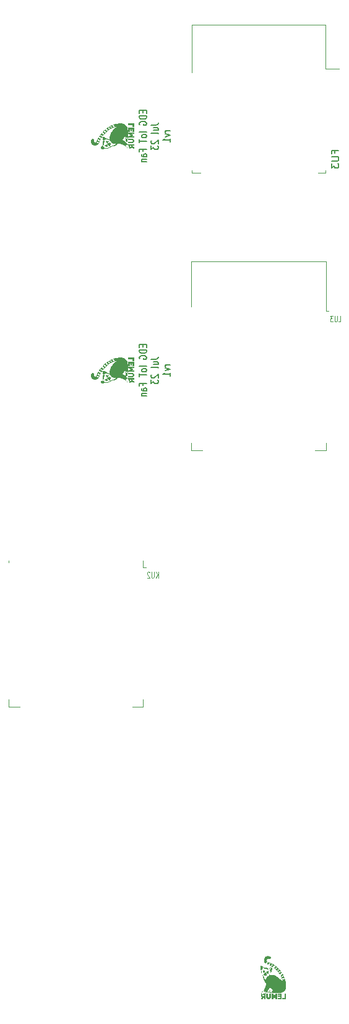
<source format=gbr>
G04 #@! TF.GenerationSoftware,KiCad,Pcbnew,7.0.4-40-g0180cb380f*
G04 #@! TF.CreationDate,2023-07-05T14:48:10-07:00*
G04 #@! TF.ProjectId,IotKnob,496f744b-6e6f-4622-9e6b-696361645f70,rev?*
G04 #@! TF.SameCoordinates,Original*
G04 #@! TF.FileFunction,Legend,Bot*
G04 #@! TF.FilePolarity,Positive*
%FSLAX46Y46*%
G04 Gerber Fmt 4.6, Leading zero omitted, Abs format (unit mm)*
G04 Created by KiCad (PCBNEW 7.0.4-40-g0180cb380f) date 2023-07-05 14:48:10*
%MOMM*%
%LPD*%
G01*
G04 APERTURE LIST*
%ADD10C,0.150000*%
%ADD11C,0.100000*%
%ADD12C,0.120000*%
G04 APERTURE END LIST*
D10*
X109126009Y-5495237D02*
X109126009Y-5761903D01*
X109649819Y-5876189D02*
X109649819Y-5495237D01*
X109649819Y-5495237D02*
X108649819Y-5495237D01*
X108649819Y-5495237D02*
X108649819Y-5876189D01*
X109649819Y-6219047D02*
X108649819Y-6219047D01*
X108649819Y-6219047D02*
X108649819Y-6409523D01*
X108649819Y-6409523D02*
X108697438Y-6523809D01*
X108697438Y-6523809D02*
X108792676Y-6599999D01*
X108792676Y-6599999D02*
X108887914Y-6638094D01*
X108887914Y-6638094D02*
X109078390Y-6676190D01*
X109078390Y-6676190D02*
X109221247Y-6676190D01*
X109221247Y-6676190D02*
X109411723Y-6638094D01*
X109411723Y-6638094D02*
X109506961Y-6599999D01*
X109506961Y-6599999D02*
X109602200Y-6523809D01*
X109602200Y-6523809D02*
X109649819Y-6409523D01*
X109649819Y-6409523D02*
X109649819Y-6219047D01*
X108697438Y-7438094D02*
X108649819Y-7361904D01*
X108649819Y-7361904D02*
X108649819Y-7247618D01*
X108649819Y-7247618D02*
X108697438Y-7133332D01*
X108697438Y-7133332D02*
X108792676Y-7057142D01*
X108792676Y-7057142D02*
X108887914Y-7019047D01*
X108887914Y-7019047D02*
X109078390Y-6980951D01*
X109078390Y-6980951D02*
X109221247Y-6980951D01*
X109221247Y-6980951D02*
X109411723Y-7019047D01*
X109411723Y-7019047D02*
X109506961Y-7057142D01*
X109506961Y-7057142D02*
X109602200Y-7133332D01*
X109602200Y-7133332D02*
X109649819Y-7247618D01*
X109649819Y-7247618D02*
X109649819Y-7323809D01*
X109649819Y-7323809D02*
X109602200Y-7438094D01*
X109602200Y-7438094D02*
X109554580Y-7476190D01*
X109554580Y-7476190D02*
X109221247Y-7476190D01*
X109221247Y-7476190D02*
X109221247Y-7323809D01*
X109649819Y-8428571D02*
X108649819Y-8428571D01*
X109649819Y-8923808D02*
X109602200Y-8847618D01*
X109602200Y-8847618D02*
X109554580Y-8809523D01*
X109554580Y-8809523D02*
X109459342Y-8771427D01*
X109459342Y-8771427D02*
X109173628Y-8771427D01*
X109173628Y-8771427D02*
X109078390Y-8809523D01*
X109078390Y-8809523D02*
X109030771Y-8847618D01*
X109030771Y-8847618D02*
X108983152Y-8923808D01*
X108983152Y-8923808D02*
X108983152Y-9038094D01*
X108983152Y-9038094D02*
X109030771Y-9114285D01*
X109030771Y-9114285D02*
X109078390Y-9152380D01*
X109078390Y-9152380D02*
X109173628Y-9190475D01*
X109173628Y-9190475D02*
X109459342Y-9190475D01*
X109459342Y-9190475D02*
X109554580Y-9152380D01*
X109554580Y-9152380D02*
X109602200Y-9114285D01*
X109602200Y-9114285D02*
X109649819Y-9038094D01*
X109649819Y-9038094D02*
X109649819Y-8923808D01*
X108649819Y-9419047D02*
X108649819Y-9876190D01*
X109649819Y-9647618D02*
X108649819Y-9647618D01*
X109126009Y-11019047D02*
X109126009Y-10752381D01*
X109649819Y-10752381D02*
X108649819Y-10752381D01*
X108649819Y-10752381D02*
X108649819Y-11133333D01*
X109649819Y-11780952D02*
X109126009Y-11780952D01*
X109126009Y-11780952D02*
X109030771Y-11742857D01*
X109030771Y-11742857D02*
X108983152Y-11666666D01*
X108983152Y-11666666D02*
X108983152Y-11514285D01*
X108983152Y-11514285D02*
X109030771Y-11438095D01*
X109602200Y-11780952D02*
X109649819Y-11704761D01*
X109649819Y-11704761D02*
X109649819Y-11514285D01*
X109649819Y-11514285D02*
X109602200Y-11438095D01*
X109602200Y-11438095D02*
X109506961Y-11399999D01*
X109506961Y-11399999D02*
X109411723Y-11399999D01*
X109411723Y-11399999D02*
X109316485Y-11438095D01*
X109316485Y-11438095D02*
X109268866Y-11514285D01*
X109268866Y-11514285D02*
X109268866Y-11704761D01*
X109268866Y-11704761D02*
X109221247Y-11780952D01*
X108983152Y-12161905D02*
X109649819Y-12161905D01*
X109078390Y-12161905D02*
X109030771Y-12200000D01*
X109030771Y-12200000D02*
X108983152Y-12276190D01*
X108983152Y-12276190D02*
X108983152Y-12390476D01*
X108983152Y-12390476D02*
X109030771Y-12466667D01*
X109030771Y-12466667D02*
X109126009Y-12504762D01*
X109126009Y-12504762D02*
X109649819Y-12504762D01*
X110259819Y-7476189D02*
X110974104Y-7476189D01*
X110974104Y-7476189D02*
X111116961Y-7438094D01*
X111116961Y-7438094D02*
X111212200Y-7361903D01*
X111212200Y-7361903D02*
X111259819Y-7247618D01*
X111259819Y-7247618D02*
X111259819Y-7171427D01*
X110593152Y-8199999D02*
X111259819Y-8199999D01*
X110593152Y-7857142D02*
X111116961Y-7857142D01*
X111116961Y-7857142D02*
X111212200Y-7895237D01*
X111212200Y-7895237D02*
X111259819Y-7971427D01*
X111259819Y-7971427D02*
X111259819Y-8085713D01*
X111259819Y-8085713D02*
X111212200Y-8161904D01*
X111212200Y-8161904D02*
X111164580Y-8199999D01*
X111259819Y-8695237D02*
X111212200Y-8619047D01*
X111212200Y-8619047D02*
X111116961Y-8580952D01*
X111116961Y-8580952D02*
X110259819Y-8580952D01*
X110355057Y-9571428D02*
X110307438Y-9609524D01*
X110307438Y-9609524D02*
X110259819Y-9685714D01*
X110259819Y-9685714D02*
X110259819Y-9876190D01*
X110259819Y-9876190D02*
X110307438Y-9952381D01*
X110307438Y-9952381D02*
X110355057Y-9990476D01*
X110355057Y-9990476D02*
X110450295Y-10028571D01*
X110450295Y-10028571D02*
X110545533Y-10028571D01*
X110545533Y-10028571D02*
X110688390Y-9990476D01*
X110688390Y-9990476D02*
X111259819Y-9533333D01*
X111259819Y-9533333D02*
X111259819Y-10028571D01*
X110259819Y-10295238D02*
X110259819Y-10790476D01*
X110259819Y-10790476D02*
X110640771Y-10523810D01*
X110640771Y-10523810D02*
X110640771Y-10638095D01*
X110640771Y-10638095D02*
X110688390Y-10714286D01*
X110688390Y-10714286D02*
X110736009Y-10752381D01*
X110736009Y-10752381D02*
X110831247Y-10790476D01*
X110831247Y-10790476D02*
X111069342Y-10790476D01*
X111069342Y-10790476D02*
X111164580Y-10752381D01*
X111164580Y-10752381D02*
X111212200Y-10714286D01*
X111212200Y-10714286D02*
X111259819Y-10638095D01*
X111259819Y-10638095D02*
X111259819Y-10409524D01*
X111259819Y-10409524D02*
X111212200Y-10333333D01*
X111212200Y-10333333D02*
X111164580Y-10295238D01*
X112869819Y-8257143D02*
X112203152Y-8257143D01*
X112393628Y-8257143D02*
X112298390Y-8295238D01*
X112298390Y-8295238D02*
X112250771Y-8333333D01*
X112250771Y-8333333D02*
X112203152Y-8409524D01*
X112203152Y-8409524D02*
X112203152Y-8485714D01*
X112203152Y-8676190D02*
X112869819Y-8866666D01*
X112869819Y-8866666D02*
X112203152Y-9057143D01*
X112869819Y-9780952D02*
X112869819Y-9323809D01*
X112869819Y-9552381D02*
X111869819Y-9552381D01*
X111869819Y-9552381D02*
X112012676Y-9476190D01*
X112012676Y-9476190D02*
X112107914Y-9400000D01*
X112107914Y-9400000D02*
X112155533Y-9323809D01*
X109126009Y-37495237D02*
X109126009Y-37761903D01*
X109649819Y-37876189D02*
X109649819Y-37495237D01*
X109649819Y-37495237D02*
X108649819Y-37495237D01*
X108649819Y-37495237D02*
X108649819Y-37876189D01*
X109649819Y-38219047D02*
X108649819Y-38219047D01*
X108649819Y-38219047D02*
X108649819Y-38409523D01*
X108649819Y-38409523D02*
X108697438Y-38523809D01*
X108697438Y-38523809D02*
X108792676Y-38599999D01*
X108792676Y-38599999D02*
X108887914Y-38638094D01*
X108887914Y-38638094D02*
X109078390Y-38676190D01*
X109078390Y-38676190D02*
X109221247Y-38676190D01*
X109221247Y-38676190D02*
X109411723Y-38638094D01*
X109411723Y-38638094D02*
X109506961Y-38599999D01*
X109506961Y-38599999D02*
X109602200Y-38523809D01*
X109602200Y-38523809D02*
X109649819Y-38409523D01*
X109649819Y-38409523D02*
X109649819Y-38219047D01*
X108697438Y-39438094D02*
X108649819Y-39361904D01*
X108649819Y-39361904D02*
X108649819Y-39247618D01*
X108649819Y-39247618D02*
X108697438Y-39133332D01*
X108697438Y-39133332D02*
X108792676Y-39057142D01*
X108792676Y-39057142D02*
X108887914Y-39019047D01*
X108887914Y-39019047D02*
X109078390Y-38980951D01*
X109078390Y-38980951D02*
X109221247Y-38980951D01*
X109221247Y-38980951D02*
X109411723Y-39019047D01*
X109411723Y-39019047D02*
X109506961Y-39057142D01*
X109506961Y-39057142D02*
X109602200Y-39133332D01*
X109602200Y-39133332D02*
X109649819Y-39247618D01*
X109649819Y-39247618D02*
X109649819Y-39323809D01*
X109649819Y-39323809D02*
X109602200Y-39438094D01*
X109602200Y-39438094D02*
X109554580Y-39476190D01*
X109554580Y-39476190D02*
X109221247Y-39476190D01*
X109221247Y-39476190D02*
X109221247Y-39323809D01*
X109649819Y-40428571D02*
X108649819Y-40428571D01*
X109649819Y-40923808D02*
X109602200Y-40847618D01*
X109602200Y-40847618D02*
X109554580Y-40809523D01*
X109554580Y-40809523D02*
X109459342Y-40771427D01*
X109459342Y-40771427D02*
X109173628Y-40771427D01*
X109173628Y-40771427D02*
X109078390Y-40809523D01*
X109078390Y-40809523D02*
X109030771Y-40847618D01*
X109030771Y-40847618D02*
X108983152Y-40923808D01*
X108983152Y-40923808D02*
X108983152Y-41038094D01*
X108983152Y-41038094D02*
X109030771Y-41114285D01*
X109030771Y-41114285D02*
X109078390Y-41152380D01*
X109078390Y-41152380D02*
X109173628Y-41190475D01*
X109173628Y-41190475D02*
X109459342Y-41190475D01*
X109459342Y-41190475D02*
X109554580Y-41152380D01*
X109554580Y-41152380D02*
X109602200Y-41114285D01*
X109602200Y-41114285D02*
X109649819Y-41038094D01*
X109649819Y-41038094D02*
X109649819Y-40923808D01*
X108649819Y-41419047D02*
X108649819Y-41876190D01*
X109649819Y-41647618D02*
X108649819Y-41647618D01*
X109126009Y-43019047D02*
X109126009Y-42752381D01*
X109649819Y-42752381D02*
X108649819Y-42752381D01*
X108649819Y-42752381D02*
X108649819Y-43133333D01*
X109649819Y-43780952D02*
X109126009Y-43780952D01*
X109126009Y-43780952D02*
X109030771Y-43742857D01*
X109030771Y-43742857D02*
X108983152Y-43666666D01*
X108983152Y-43666666D02*
X108983152Y-43514285D01*
X108983152Y-43514285D02*
X109030771Y-43438095D01*
X109602200Y-43780952D02*
X109649819Y-43704761D01*
X109649819Y-43704761D02*
X109649819Y-43514285D01*
X109649819Y-43514285D02*
X109602200Y-43438095D01*
X109602200Y-43438095D02*
X109506961Y-43399999D01*
X109506961Y-43399999D02*
X109411723Y-43399999D01*
X109411723Y-43399999D02*
X109316485Y-43438095D01*
X109316485Y-43438095D02*
X109268866Y-43514285D01*
X109268866Y-43514285D02*
X109268866Y-43704761D01*
X109268866Y-43704761D02*
X109221247Y-43780952D01*
X108983152Y-44161905D02*
X109649819Y-44161905D01*
X109078390Y-44161905D02*
X109030771Y-44200000D01*
X109030771Y-44200000D02*
X108983152Y-44276190D01*
X108983152Y-44276190D02*
X108983152Y-44390476D01*
X108983152Y-44390476D02*
X109030771Y-44466667D01*
X109030771Y-44466667D02*
X109126009Y-44504762D01*
X109126009Y-44504762D02*
X109649819Y-44504762D01*
X110259819Y-39476189D02*
X110974104Y-39476189D01*
X110974104Y-39476189D02*
X111116961Y-39438094D01*
X111116961Y-39438094D02*
X111212200Y-39361903D01*
X111212200Y-39361903D02*
X111259819Y-39247618D01*
X111259819Y-39247618D02*
X111259819Y-39171427D01*
X110593152Y-40199999D02*
X111259819Y-40199999D01*
X110593152Y-39857142D02*
X111116961Y-39857142D01*
X111116961Y-39857142D02*
X111212200Y-39895237D01*
X111212200Y-39895237D02*
X111259819Y-39971427D01*
X111259819Y-39971427D02*
X111259819Y-40085713D01*
X111259819Y-40085713D02*
X111212200Y-40161904D01*
X111212200Y-40161904D02*
X111164580Y-40199999D01*
X111259819Y-40695237D02*
X111212200Y-40619047D01*
X111212200Y-40619047D02*
X111116961Y-40580952D01*
X111116961Y-40580952D02*
X110259819Y-40580952D01*
X110355057Y-41571428D02*
X110307438Y-41609524D01*
X110307438Y-41609524D02*
X110259819Y-41685714D01*
X110259819Y-41685714D02*
X110259819Y-41876190D01*
X110259819Y-41876190D02*
X110307438Y-41952381D01*
X110307438Y-41952381D02*
X110355057Y-41990476D01*
X110355057Y-41990476D02*
X110450295Y-42028571D01*
X110450295Y-42028571D02*
X110545533Y-42028571D01*
X110545533Y-42028571D02*
X110688390Y-41990476D01*
X110688390Y-41990476D02*
X111259819Y-41533333D01*
X111259819Y-41533333D02*
X111259819Y-42028571D01*
X110259819Y-42295238D02*
X110259819Y-42790476D01*
X110259819Y-42790476D02*
X110640771Y-42523810D01*
X110640771Y-42523810D02*
X110640771Y-42638095D01*
X110640771Y-42638095D02*
X110688390Y-42714286D01*
X110688390Y-42714286D02*
X110736009Y-42752381D01*
X110736009Y-42752381D02*
X110831247Y-42790476D01*
X110831247Y-42790476D02*
X111069342Y-42790476D01*
X111069342Y-42790476D02*
X111164580Y-42752381D01*
X111164580Y-42752381D02*
X111212200Y-42714286D01*
X111212200Y-42714286D02*
X111259819Y-42638095D01*
X111259819Y-42638095D02*
X111259819Y-42409524D01*
X111259819Y-42409524D02*
X111212200Y-42333333D01*
X111212200Y-42333333D02*
X111164580Y-42295238D01*
X112869819Y-40257143D02*
X112203152Y-40257143D01*
X112393628Y-40257143D02*
X112298390Y-40295238D01*
X112298390Y-40295238D02*
X112250771Y-40333333D01*
X112250771Y-40333333D02*
X112203152Y-40409524D01*
X112203152Y-40409524D02*
X112203152Y-40485714D01*
X112203152Y-40676190D02*
X112869819Y-40866666D01*
X112869819Y-40866666D02*
X112203152Y-41057143D01*
X112869819Y-41780952D02*
X112869819Y-41323809D01*
X112869819Y-41552381D02*
X111869819Y-41552381D01*
X111869819Y-41552381D02*
X112012676Y-41476190D01*
X112012676Y-41476190D02*
X112107914Y-41400000D01*
X112107914Y-41400000D02*
X112155533Y-41323809D01*
X135431009Y-11272857D02*
X135431009Y-10939524D01*
X135954819Y-10939524D02*
X134954819Y-10939524D01*
X134954819Y-10939524D02*
X134954819Y-11415714D01*
X134954819Y-11796667D02*
X135764342Y-11796667D01*
X135764342Y-11796667D02*
X135859580Y-11844286D01*
X135859580Y-11844286D02*
X135907200Y-11891905D01*
X135907200Y-11891905D02*
X135954819Y-11987143D01*
X135954819Y-11987143D02*
X135954819Y-12177619D01*
X135954819Y-12177619D02*
X135907200Y-12272857D01*
X135907200Y-12272857D02*
X135859580Y-12320476D01*
X135859580Y-12320476D02*
X135764342Y-12368095D01*
X135764342Y-12368095D02*
X134954819Y-12368095D01*
X134954819Y-12749048D02*
X134954819Y-13368095D01*
X134954819Y-13368095D02*
X135335771Y-13034762D01*
X135335771Y-13034762D02*
X135335771Y-13177619D01*
X135335771Y-13177619D02*
X135383390Y-13272857D01*
X135383390Y-13272857D02*
X135431009Y-13320476D01*
X135431009Y-13320476D02*
X135526247Y-13368095D01*
X135526247Y-13368095D02*
X135764342Y-13368095D01*
X135764342Y-13368095D02*
X135859580Y-13320476D01*
X135859580Y-13320476D02*
X135907200Y-13272857D01*
X135907200Y-13272857D02*
X135954819Y-13177619D01*
X135954819Y-13177619D02*
X135954819Y-12891905D01*
X135954819Y-12891905D02*
X135907200Y-12796667D01*
X135907200Y-12796667D02*
X135859580Y-12749048D01*
D11*
X135914285Y-34364895D02*
X136199999Y-34364895D01*
X136199999Y-34364895D02*
X136199999Y-33564895D01*
X135714285Y-33564895D02*
X135714285Y-34212514D01*
X135714285Y-34212514D02*
X135685714Y-34288704D01*
X135685714Y-34288704D02*
X135657143Y-34326800D01*
X135657143Y-34326800D02*
X135600000Y-34364895D01*
X135600000Y-34364895D02*
X135485714Y-34364895D01*
X135485714Y-34364895D02*
X135428571Y-34326800D01*
X135428571Y-34326800D02*
X135400000Y-34288704D01*
X135400000Y-34288704D02*
X135371428Y-34212514D01*
X135371428Y-34212514D02*
X135371428Y-33564895D01*
X135142857Y-33564895D02*
X134771429Y-33564895D01*
X134771429Y-33564895D02*
X134971429Y-33869657D01*
X134971429Y-33869657D02*
X134885714Y-33869657D01*
X134885714Y-33869657D02*
X134828572Y-33907752D01*
X134828572Y-33907752D02*
X134800000Y-33945847D01*
X134800000Y-33945847D02*
X134771429Y-34022038D01*
X134771429Y-34022038D02*
X134771429Y-34212514D01*
X134771429Y-34212514D02*
X134800000Y-34288704D01*
X134800000Y-34288704D02*
X134828572Y-34326800D01*
X134828572Y-34326800D02*
X134885714Y-34364895D01*
X134885714Y-34364895D02*
X135057143Y-34364895D01*
X135057143Y-34364895D02*
X135114286Y-34326800D01*
X135114286Y-34326800D02*
X135142857Y-34288704D01*
X111257142Y-69364895D02*
X111257142Y-68564895D01*
X110914285Y-69364895D02*
X111171428Y-68907752D01*
X110914285Y-68564895D02*
X111257142Y-69022038D01*
X110657142Y-68564895D02*
X110657142Y-69212514D01*
X110657142Y-69212514D02*
X110628571Y-69288704D01*
X110628571Y-69288704D02*
X110600000Y-69326800D01*
X110600000Y-69326800D02*
X110542857Y-69364895D01*
X110542857Y-69364895D02*
X110428571Y-69364895D01*
X110428571Y-69364895D02*
X110371428Y-69326800D01*
X110371428Y-69326800D02*
X110342857Y-69288704D01*
X110342857Y-69288704D02*
X110314285Y-69212514D01*
X110314285Y-69212514D02*
X110314285Y-68564895D01*
X110057143Y-68641085D02*
X110028571Y-68602990D01*
X110028571Y-68602990D02*
X109971429Y-68564895D01*
X109971429Y-68564895D02*
X109828571Y-68564895D01*
X109828571Y-68564895D02*
X109771429Y-68602990D01*
X109771429Y-68602990D02*
X109742857Y-68641085D01*
X109742857Y-68641085D02*
X109714286Y-68717276D01*
X109714286Y-68717276D02*
X109714286Y-68793466D01*
X109714286Y-68793466D02*
X109742857Y-68907752D01*
X109742857Y-68907752D02*
X110085714Y-69364895D01*
X110085714Y-69364895D02*
X109714286Y-69364895D01*
G36*
X104723743Y-9996324D02*
G01*
X104758044Y-10138039D01*
X104681220Y-10255304D01*
X104571905Y-10349190D01*
X104400956Y-10238822D01*
X104267220Y-10059698D01*
X104439436Y-9940170D01*
X104648179Y-9883688D01*
X104723743Y-9996324D01*
G37*
G36*
X104305872Y-10259161D02*
G01*
X104334607Y-10424740D01*
X104226089Y-10432616D01*
X104033652Y-10376800D01*
X103936388Y-10295653D01*
X103948170Y-10275602D01*
X104118686Y-10159831D01*
X104245620Y-10121296D01*
X104305872Y-10259161D01*
G37*
G36*
X104365194Y-9661561D02*
G01*
X104472480Y-9727728D01*
X104390326Y-9886354D01*
X104266188Y-9979496D01*
X104140215Y-9863877D01*
X104048631Y-9689385D01*
X104048630Y-9689385D01*
X104053075Y-9674708D01*
X104175574Y-9639610D01*
X104365194Y-9661561D01*
G37*
G36*
X107937800Y-7512567D02*
G01*
X107937800Y-7770329D01*
X107839718Y-7770434D01*
X107741637Y-7770329D01*
X107741637Y-7611682D01*
X107741637Y-7453036D01*
X107486665Y-7453036D01*
X107235109Y-7453609D01*
X107157486Y-7456549D01*
X107157484Y-7456549D01*
X107157589Y-7254908D01*
X107548883Y-7254908D01*
X107937800Y-7254908D01*
X107937800Y-7512567D01*
G37*
G36*
X107938004Y-8120075D02*
G01*
X107938004Y-8390963D01*
X107843953Y-8390963D01*
X107750005Y-8390963D01*
X107750005Y-8220120D01*
X107750005Y-8049278D01*
X107692335Y-8049278D01*
X107634767Y-8049278D01*
X107634767Y-8205961D01*
X107634767Y-8362644D01*
X107549914Y-8362644D01*
X107464958Y-8362644D01*
X107464958Y-8205961D01*
X107464958Y-8049278D01*
X107404290Y-8049278D01*
X107343622Y-8049278D01*
X107343728Y-8220120D01*
X107343728Y-8390963D01*
X107251227Y-8390344D01*
X107158726Y-8389725D01*
X107158196Y-8119353D01*
X107157484Y-7849187D01*
X107547847Y-7849187D01*
X107938004Y-7849187D01*
X107938004Y-8120075D01*
G37*
G36*
X107434159Y-9335310D02*
G01*
X107710525Y-9335929D01*
X107732745Y-9340374D01*
X107778220Y-9353500D01*
X107796411Y-9361561D01*
X107889635Y-9441557D01*
X107942242Y-9564030D01*
X107946999Y-9593589D01*
X107944210Y-9716372D01*
X107825561Y-9913052D01*
X107761276Y-9945298D01*
X107738331Y-9950879D01*
X107718591Y-9956461D01*
X107438608Y-9956461D01*
X107158728Y-9956461D01*
X107158199Y-9856829D01*
X107157580Y-9757300D01*
X107423507Y-9757300D01*
X107657037Y-9756753D01*
X107701836Y-9753061D01*
X107740697Y-9728566D01*
X107763124Y-9604646D01*
X107692121Y-9537157D01*
X107619202Y-9535493D01*
X107418959Y-9534881D01*
X107157580Y-9534987D01*
X107157580Y-9434838D01*
X107157484Y-9334781D01*
X107434159Y-9335310D01*
G37*
G36*
X107938013Y-8590539D02*
G01*
X107938013Y-8689655D01*
X107811716Y-8689655D01*
X107630228Y-8684696D01*
X107565529Y-8678702D01*
X107555918Y-8680147D01*
X107573591Y-8689758D01*
X107597362Y-8698750D01*
X107664335Y-8725208D01*
X107728827Y-8750530D01*
X107760039Y-8762622D01*
X107798487Y-8777298D01*
X107821741Y-8786290D01*
X107822360Y-8855226D01*
X107822980Y-8924059D01*
X107814298Y-8926435D01*
X107797658Y-8932222D01*
X107778434Y-8939974D01*
X107743811Y-8953410D01*
X107718387Y-8962608D01*
X107697406Y-8970773D01*
X107670327Y-8981108D01*
X107654204Y-8987103D01*
X107577930Y-9016455D01*
X107556122Y-9028547D01*
X107564701Y-9030616D01*
X107647073Y-9023381D01*
X107828974Y-9017800D01*
X107937081Y-9018419D01*
X107937081Y-9117431D01*
X107937081Y-9216444D01*
X107547957Y-9216444D01*
X107158834Y-9216444D01*
X107158834Y-9117741D01*
X107158834Y-9018936D01*
X107181055Y-9008911D01*
X107216402Y-8993718D01*
X107231594Y-8986897D01*
X107248854Y-8979248D01*
X107302391Y-8956408D01*
X107374325Y-8925298D01*
X107396752Y-8915480D01*
X107419800Y-8905455D01*
X107488426Y-8875379D01*
X107505583Y-8868248D01*
X107526460Y-8859359D01*
X107536279Y-8854401D01*
X107513128Y-8843859D01*
X107488736Y-8833420D01*
X107470133Y-8825359D01*
X107451012Y-8817298D01*
X107432202Y-8809339D01*
X107407294Y-8798384D01*
X107336601Y-8767791D01*
X107318514Y-8759936D01*
X107272005Y-8740403D01*
X107252782Y-8731928D01*
X107224463Y-8719319D01*
X107195111Y-8707020D01*
X107172373Y-8697098D01*
X107159764Y-8691933D01*
X107158213Y-8592404D01*
X107158103Y-8592604D01*
X107158526Y-8492972D01*
X107548373Y-8492146D01*
X107938013Y-8491527D01*
X107938013Y-8590539D01*
G37*
G36*
X105276062Y-7749850D02*
G01*
X105146222Y-7796685D01*
X105043083Y-7841435D01*
X104929910Y-7890539D01*
X104720996Y-7999587D01*
X104720190Y-8000082D01*
X104520286Y-8123044D01*
X104428182Y-8188908D01*
X104328587Y-8260128D01*
X104149182Y-8408016D01*
X104146706Y-8410056D01*
X103975450Y-8572044D01*
X103898807Y-8655132D01*
X103815626Y-8745308D01*
X103669406Y-8927364D01*
X103668039Y-8929065D01*
X103533498Y-9122533D01*
X103479101Y-9213754D01*
X103412808Y-9324927D01*
X103307648Y-9533735D01*
X103306777Y-9535464D01*
X103216211Y-9753361D01*
X103157105Y-9871079D01*
X103131563Y-9921951D01*
X103032553Y-10070448D01*
X102878147Y-10212493D01*
X102677178Y-10287697D01*
X102461789Y-10284585D01*
X102264124Y-10191680D01*
X102135735Y-10048771D01*
X102069434Y-9885429D01*
X102052871Y-9709540D01*
X102052782Y-9709435D01*
X102072411Y-9563291D01*
X102130504Y-9436480D01*
X102255167Y-9334674D01*
X102407593Y-9369714D01*
X102470567Y-9542532D01*
X102429607Y-9725868D01*
X102519834Y-9887822D01*
X102710830Y-9871906D01*
X102744932Y-9827981D01*
X102804468Y-9827981D01*
X102818110Y-9840280D01*
X103023472Y-9999960D01*
X103038975Y-10009882D01*
X103050137Y-9995206D01*
X103118867Y-9887512D01*
X103127859Y-9871079D01*
X103112046Y-9861054D01*
X102909474Y-9706128D01*
X102890043Y-9688765D01*
X102878262Y-9711916D01*
X102815629Y-9813305D01*
X102804468Y-9827981D01*
X102744932Y-9827981D01*
X102846353Y-9697345D01*
X102932468Y-9501609D01*
X102933373Y-9499422D01*
X102965181Y-9499422D01*
X102975413Y-9508517D01*
X103078340Y-9593708D01*
X103186873Y-9669747D01*
X103207130Y-9682770D01*
X103216122Y-9660343D01*
X103264388Y-9549238D01*
X103271312Y-9533735D01*
X103257153Y-9524434D01*
X103053031Y-9362376D01*
X103033497Y-9344082D01*
X103021405Y-9367854D01*
X102970039Y-9486606D01*
X102965181Y-9499422D01*
X102933373Y-9499422D01*
X103011173Y-9311320D01*
X103088720Y-9162802D01*
X103125378Y-9162802D01*
X103136747Y-9173447D01*
X103340662Y-9340982D01*
X103359266Y-9354624D01*
X103370118Y-9334367D01*
X103428822Y-9229154D01*
X103437814Y-9213754D01*
X103423551Y-9203006D01*
X103226147Y-9036814D01*
X103207957Y-9019451D01*
X103195141Y-9041052D01*
X103132819Y-9149159D01*
X103125378Y-9162802D01*
X103088720Y-9162802D01*
X103124097Y-9095049D01*
X103251389Y-8886903D01*
X103275828Y-8852330D01*
X103315651Y-8852330D01*
X103327123Y-8864112D01*
X103517809Y-9044566D01*
X103534862Y-9059655D01*
X103547678Y-9040742D01*
X103616201Y-8941937D01*
X103626846Y-8927364D01*
X103613411Y-8915272D01*
X103427065Y-8736781D01*
X103410736Y-8719521D01*
X103396576Y-8738642D01*
X103325056Y-8838791D01*
X103315651Y-8852330D01*
X103275828Y-8852330D01*
X103392266Y-8687606D01*
X103499272Y-8555500D01*
X103541890Y-8555500D01*
X103552432Y-8568419D01*
X103729992Y-8761690D01*
X103745392Y-8776882D01*
X103759242Y-8760242D01*
X103836653Y-8669292D01*
X103849468Y-8655132D01*
X103835826Y-8641697D01*
X103664674Y-8451424D01*
X103650101Y-8432717D01*
X103634184Y-8450287D01*
X103552742Y-8542891D01*
X103541890Y-8555500D01*
X103499272Y-8555500D01*
X103545943Y-8497881D01*
X103711635Y-8318452D01*
X103745230Y-8286473D01*
X103792418Y-8286473D01*
X103802546Y-8300529D01*
X103967807Y-8503101D01*
X103981760Y-8518397D01*
X103996539Y-8503927D01*
X104083252Y-8421452D01*
X104098032Y-8408016D01*
X104084596Y-8393237D01*
X103923676Y-8194592D01*
X103910653Y-8176402D01*
X103894013Y-8191388D01*
X103804923Y-8274484D01*
X103792418Y-8286473D01*
X103745230Y-8286473D01*
X103888558Y-8150041D01*
X104019078Y-8040906D01*
X104071160Y-8040906D01*
X104080255Y-8055996D01*
X104228153Y-8270350D01*
X104240556Y-8286473D01*
X104256575Y-8273760D01*
X104351557Y-8200897D01*
X104367783Y-8188908D01*
X104355587Y-8172785D01*
X104210790Y-7961738D01*
X104199421Y-7942928D01*
X104181748Y-7955950D01*
X104085010Y-8029951D01*
X104071160Y-8040906D01*
X104019078Y-8040906D01*
X104075927Y-7993372D01*
X104272958Y-7849170D01*
X104308017Y-7826863D01*
X104368713Y-7826863D01*
X104376258Y-7842779D01*
X104506689Y-8067675D01*
X104517645Y-8084004D01*
X104534077Y-8073256D01*
X104636190Y-8010934D01*
X104654380Y-8000082D01*
X104642495Y-7982512D01*
X104516094Y-7761750D01*
X104506793Y-7741700D01*
X104487775Y-7753069D01*
X104383596Y-7817354D01*
X104368713Y-7826863D01*
X104308017Y-7826863D01*
X104478865Y-7718157D01*
X104609984Y-7646408D01*
X104678979Y-7646408D01*
X104686627Y-7663669D01*
X104804242Y-7894455D01*
X104813751Y-7911199D01*
X104830804Y-7902413D01*
X104937981Y-7850634D01*
X104957618Y-7841435D01*
X104946869Y-7822625D01*
X104832354Y-7594629D01*
X104824086Y-7575715D01*
X104805482Y-7584500D01*
X104695825Y-7637830D01*
X104678979Y-7646408D01*
X104609984Y-7646408D01*
X104692864Y-7601056D01*
X104906533Y-7502128D01*
X105014462Y-7502128D01*
X105018182Y-7513703D01*
X105110166Y-7755239D01*
X105117814Y-7772499D01*
X105135488Y-7765781D01*
X105247418Y-7719376D01*
X105266332Y-7711521D01*
X105257857Y-7692814D01*
X105169801Y-7459856D01*
X105163600Y-7440220D01*
X105144169Y-7446937D01*
X105030068Y-7488796D01*
X105026141Y-7490346D01*
X105023040Y-7493547D01*
X105014462Y-7502128D01*
X104906533Y-7502128D01*
X104914170Y-7498592D01*
X105141999Y-7411487D01*
X105365238Y-7349288D01*
X105598415Y-7301142D01*
X105833888Y-7269120D01*
X106064015Y-7255293D01*
X106281155Y-7261729D01*
X106495671Y-7303041D01*
X106678645Y-7380221D01*
X106828821Y-7492413D01*
X106944676Y-7638388D01*
X107025365Y-7816363D01*
X107070667Y-8024680D01*
X107070349Y-8034189D01*
X107114208Y-8312424D01*
X107131143Y-8563874D01*
X107125230Y-8789698D01*
X107101829Y-9095621D01*
X107101252Y-9103167D01*
X107023841Y-9730519D01*
X106919041Y-9748812D01*
X106794708Y-9598021D01*
X106793671Y-9525364D01*
X106837813Y-9525364D01*
X106840602Y-9585929D01*
X106873158Y-9641429D01*
X106942818Y-9704268D01*
X106967519Y-9709226D01*
X106973203Y-9706850D01*
X107048651Y-9095621D01*
X106940639Y-9184280D01*
X106901993Y-9190188D01*
X106890400Y-9205321D01*
X106863546Y-9321654D01*
X106844013Y-9435446D01*
X106844119Y-9435446D01*
X106837814Y-9525363D01*
X106837813Y-9525364D01*
X106793671Y-9525364D01*
X106792885Y-9470267D01*
X106818169Y-9312250D01*
X106801942Y-9098413D01*
X106751299Y-8958163D01*
X106681123Y-9047770D01*
X106545247Y-9252387D01*
X106410648Y-9413226D01*
X106350393Y-9471517D01*
X106386153Y-9496322D01*
X106524853Y-9586032D01*
X106751691Y-9734515D01*
X106900681Y-9846386D01*
X106984773Y-9931437D01*
X107158613Y-10126877D01*
X107158825Y-10073650D01*
X107545881Y-10073333D01*
X107820015Y-10073214D01*
X107935521Y-10073650D01*
X107935627Y-10073650D01*
X107938109Y-10173696D01*
X107938109Y-10272812D01*
X107814292Y-10273431D01*
X107690475Y-10274050D01*
X107690052Y-10290173D01*
X107689628Y-10306400D01*
X107700170Y-10314565D01*
X107736531Y-10341024D01*
X107743062Y-10345777D01*
X107777685Y-10371099D01*
X107798665Y-10386395D01*
X107834735Y-10412543D01*
X107880108Y-10445926D01*
X107922999Y-10476932D01*
X107938089Y-10487887D01*
X107938089Y-10611084D01*
X107938089Y-10734280D01*
X107920415Y-10720534D01*
X107883828Y-10691596D01*
X107860574Y-10673406D01*
X107849205Y-10664104D01*
X107810758Y-10633615D01*
X107774068Y-10604469D01*
X107758875Y-10591860D01*
X107717844Y-10559924D01*
X107685494Y-10534086D01*
X107671025Y-10523750D01*
X107669167Y-10527058D01*
X107665015Y-10535131D01*
X107641262Y-10581318D01*
X107535738Y-10657076D01*
X107422257Y-10673303D01*
X107321488Y-10659246D01*
X107300921Y-10651081D01*
X107284178Y-10656456D01*
X107200875Y-10649634D01*
X107055658Y-10617047D01*
X106945387Y-10577184D01*
X106892884Y-10532019D01*
X106850923Y-10441275D01*
X106792941Y-10339886D01*
X106709677Y-10299683D01*
X106822723Y-10299683D01*
X106894244Y-10420399D01*
X106931244Y-10501531D01*
X106964213Y-10529437D01*
X107187869Y-10594239D01*
X107265797Y-10604057D01*
X107316610Y-10535131D01*
X107268524Y-10497875D01*
X107191919Y-10411314D01*
X107180425Y-10339577D01*
X107342485Y-10339577D01*
X107346104Y-10416472D01*
X107401398Y-10475176D01*
X107489454Y-10459364D01*
X107515913Y-10418436D01*
X107520871Y-10341024D01*
X107519114Y-10273845D01*
X107429404Y-10273316D01*
X107342485Y-10273845D01*
X107342485Y-10339577D01*
X107180425Y-10339577D01*
X107157174Y-10194470D01*
X107031583Y-10074189D01*
X106940442Y-9957172D01*
X106929827Y-10195947D01*
X106822723Y-10299683D01*
X106709677Y-10299683D01*
X106660443Y-10275911D01*
X106461075Y-10194572D01*
X106257063Y-10110872D01*
X106043323Y-10030137D01*
X105885814Y-9992207D01*
X105800340Y-9978151D01*
X105671887Y-10082367D01*
X105599997Y-10140693D01*
X105401163Y-10265780D01*
X105201276Y-10353739D01*
X104997777Y-10404894D01*
X104788103Y-10419571D01*
X104651507Y-10528853D01*
X104498056Y-10614458D01*
X104301734Y-10668455D01*
X104036521Y-10682914D01*
X103917665Y-10726426D01*
X103731733Y-10755675D01*
X103539548Y-10757682D01*
X103387155Y-10712576D01*
X103374132Y-10692836D01*
X103371137Y-10639609D01*
X103378517Y-10620481D01*
X103437306Y-10620481D01*
X103604026Y-10466892D01*
X103731439Y-10391564D01*
X103855491Y-10545247D01*
X104002121Y-10623281D01*
X103867348Y-10675784D01*
X103903418Y-10667929D01*
X104016073Y-10627829D01*
X104033230Y-10623077D01*
X104293038Y-10610779D01*
X104478891Y-10560279D01*
X104622704Y-10477358D01*
X104756390Y-10367795D01*
X104765485Y-10362421D01*
X104769104Y-10359838D01*
X105046567Y-10249305D01*
X105236861Y-10170290D01*
X105351144Y-10116682D01*
X105400573Y-10082367D01*
X105396305Y-10061235D01*
X105349497Y-10047171D01*
X105271306Y-10034066D01*
X105172890Y-10015805D01*
X105065405Y-9986278D01*
X104960009Y-9939371D01*
X104867858Y-9868972D01*
X104800110Y-9768970D01*
X104721355Y-9666134D01*
X104530147Y-9520010D01*
X104288410Y-9428836D01*
X104276525Y-9422324D01*
X104162319Y-9332097D01*
X104257714Y-9414263D01*
X104073509Y-9437424D01*
X103948896Y-9522784D01*
X103804576Y-9409524D01*
X103703639Y-9254480D01*
X103725663Y-9412295D01*
X103830247Y-9616318D01*
X103833453Y-9644430D01*
X103926465Y-9578869D01*
X103929653Y-9666653D01*
X103869110Y-9807521D01*
X103805955Y-9991474D01*
X103797900Y-10125227D01*
X103762675Y-10272247D01*
X103703229Y-10248321D01*
X103696614Y-10224446D01*
X103682662Y-10243153D01*
X103514300Y-10430945D01*
X103437306Y-10620481D01*
X103378517Y-10620481D01*
X103463844Y-10399314D01*
X103636857Y-10205527D01*
X103625436Y-10029211D01*
X103655954Y-9853910D01*
X103771526Y-9633676D01*
X103651975Y-9357302D01*
X103657631Y-9155669D01*
X103678612Y-9134895D01*
X103891595Y-9134831D01*
X104109003Y-9225503D01*
X104310821Y-9373537D01*
X104498174Y-9442941D01*
X104660567Y-9539521D01*
X104659017Y-9534356D01*
X104618496Y-9339601D01*
X104623452Y-9128623D01*
X104670724Y-8906941D01*
X104757150Y-8680069D01*
X104879569Y-8453523D01*
X105034819Y-8232818D01*
X105219739Y-8023472D01*
X105431166Y-7830998D01*
X105503657Y-7722229D01*
X105423581Y-7710105D01*
X105418328Y-7711521D01*
X105276062Y-7749850D01*
G37*
D12*
X115880000Y6220000D02*
X115880000Y-300000D01*
X115880000Y-13700000D02*
X115880000Y-14000000D01*
X117000000Y-14020000D02*
X115880000Y-14020000D01*
X134120000Y6220000D02*
X115880000Y6220000D01*
X134120000Y6220000D02*
X134120000Y200000D01*
X134120000Y200000D02*
X136000000Y200000D01*
X134120000Y-13700000D02*
X134120000Y-14020000D01*
X134120000Y-14020000D02*
X133100000Y-14020000D01*
G36*
X105276062Y-39749850D02*
G01*
X105146222Y-39796685D01*
X105043083Y-39841435D01*
X104929910Y-39890539D01*
X104720996Y-39999587D01*
X104720190Y-40000082D01*
X104520286Y-40123044D01*
X104428182Y-40188908D01*
X104328587Y-40260128D01*
X104149182Y-40408016D01*
X104146706Y-40410056D01*
X103975450Y-40572044D01*
X103898807Y-40655132D01*
X103815626Y-40745308D01*
X103669406Y-40927364D01*
X103668039Y-40929065D01*
X103533498Y-41122533D01*
X103479101Y-41213754D01*
X103412808Y-41324927D01*
X103307648Y-41533735D01*
X103306777Y-41535464D01*
X103216211Y-41753361D01*
X103157105Y-41871079D01*
X103131563Y-41921951D01*
X103032553Y-42070448D01*
X102878147Y-42212493D01*
X102677178Y-42287697D01*
X102461789Y-42284585D01*
X102264124Y-42191680D01*
X102135735Y-42048771D01*
X102069434Y-41885429D01*
X102052871Y-41709540D01*
X102052782Y-41709435D01*
X102072411Y-41563291D01*
X102130504Y-41436480D01*
X102255167Y-41334674D01*
X102407593Y-41369714D01*
X102470567Y-41542532D01*
X102429607Y-41725868D01*
X102519834Y-41887822D01*
X102710830Y-41871906D01*
X102744932Y-41827981D01*
X102804468Y-41827981D01*
X102818110Y-41840280D01*
X103023472Y-41999960D01*
X103038975Y-42009882D01*
X103050137Y-41995206D01*
X103118867Y-41887512D01*
X103127859Y-41871079D01*
X103112046Y-41861054D01*
X102909474Y-41706128D01*
X102890043Y-41688765D01*
X102878262Y-41711916D01*
X102815629Y-41813305D01*
X102804468Y-41827981D01*
X102744932Y-41827981D01*
X102846353Y-41697345D01*
X102932468Y-41501609D01*
X102933373Y-41499422D01*
X102965181Y-41499422D01*
X102975413Y-41508517D01*
X103078340Y-41593708D01*
X103186873Y-41669747D01*
X103207130Y-41682770D01*
X103216122Y-41660343D01*
X103264388Y-41549238D01*
X103271312Y-41533735D01*
X103257153Y-41524434D01*
X103053031Y-41362376D01*
X103033497Y-41344082D01*
X103021405Y-41367854D01*
X102970039Y-41486606D01*
X102965181Y-41499422D01*
X102933373Y-41499422D01*
X103011173Y-41311320D01*
X103088720Y-41162802D01*
X103125378Y-41162802D01*
X103136747Y-41173447D01*
X103340662Y-41340982D01*
X103359266Y-41354624D01*
X103370118Y-41334367D01*
X103428822Y-41229154D01*
X103437814Y-41213754D01*
X103423551Y-41203006D01*
X103226147Y-41036814D01*
X103207957Y-41019451D01*
X103195141Y-41041052D01*
X103132819Y-41149159D01*
X103125378Y-41162802D01*
X103088720Y-41162802D01*
X103124097Y-41095049D01*
X103251389Y-40886903D01*
X103275828Y-40852330D01*
X103315651Y-40852330D01*
X103327123Y-40864112D01*
X103517809Y-41044566D01*
X103534862Y-41059655D01*
X103547678Y-41040742D01*
X103616201Y-40941937D01*
X103626846Y-40927364D01*
X103613411Y-40915272D01*
X103427065Y-40736781D01*
X103410736Y-40719521D01*
X103396576Y-40738642D01*
X103325056Y-40838791D01*
X103315651Y-40852330D01*
X103275828Y-40852330D01*
X103392266Y-40687606D01*
X103499272Y-40555500D01*
X103541890Y-40555500D01*
X103552432Y-40568419D01*
X103729992Y-40761690D01*
X103745392Y-40776882D01*
X103759242Y-40760242D01*
X103836653Y-40669292D01*
X103849468Y-40655132D01*
X103835826Y-40641697D01*
X103664674Y-40451424D01*
X103650101Y-40432717D01*
X103634184Y-40450287D01*
X103552742Y-40542891D01*
X103541890Y-40555500D01*
X103499272Y-40555500D01*
X103545943Y-40497881D01*
X103711635Y-40318452D01*
X103745230Y-40286473D01*
X103792418Y-40286473D01*
X103802546Y-40300529D01*
X103967807Y-40503101D01*
X103981760Y-40518397D01*
X103996539Y-40503927D01*
X104083252Y-40421452D01*
X104098032Y-40408016D01*
X104084596Y-40393237D01*
X103923676Y-40194592D01*
X103910653Y-40176402D01*
X103894013Y-40191388D01*
X103804923Y-40274484D01*
X103792418Y-40286473D01*
X103745230Y-40286473D01*
X103888558Y-40150041D01*
X104019078Y-40040906D01*
X104071160Y-40040906D01*
X104080255Y-40055996D01*
X104228153Y-40270350D01*
X104240556Y-40286473D01*
X104256575Y-40273760D01*
X104351557Y-40200897D01*
X104367783Y-40188908D01*
X104355587Y-40172785D01*
X104210790Y-39961738D01*
X104199421Y-39942928D01*
X104181748Y-39955950D01*
X104085010Y-40029951D01*
X104071160Y-40040906D01*
X104019078Y-40040906D01*
X104075927Y-39993372D01*
X104272958Y-39849170D01*
X104308017Y-39826863D01*
X104368713Y-39826863D01*
X104376258Y-39842779D01*
X104506689Y-40067675D01*
X104517645Y-40084004D01*
X104534077Y-40073256D01*
X104636190Y-40010934D01*
X104654380Y-40000082D01*
X104642495Y-39982512D01*
X104516094Y-39761750D01*
X104506793Y-39741700D01*
X104487775Y-39753069D01*
X104383596Y-39817354D01*
X104368713Y-39826863D01*
X104308017Y-39826863D01*
X104478865Y-39718157D01*
X104609984Y-39646408D01*
X104678979Y-39646408D01*
X104686627Y-39663669D01*
X104804242Y-39894455D01*
X104813751Y-39911199D01*
X104830804Y-39902413D01*
X104937981Y-39850634D01*
X104957618Y-39841435D01*
X104946869Y-39822625D01*
X104832354Y-39594629D01*
X104824086Y-39575715D01*
X104805482Y-39584500D01*
X104695825Y-39637830D01*
X104678979Y-39646408D01*
X104609984Y-39646408D01*
X104692864Y-39601056D01*
X104906533Y-39502128D01*
X105014462Y-39502128D01*
X105018182Y-39513703D01*
X105110166Y-39755239D01*
X105117814Y-39772499D01*
X105135488Y-39765781D01*
X105247418Y-39719376D01*
X105266332Y-39711521D01*
X105257857Y-39692814D01*
X105169801Y-39459856D01*
X105163600Y-39440220D01*
X105144169Y-39446937D01*
X105030068Y-39488796D01*
X105026141Y-39490346D01*
X105023040Y-39493547D01*
X105014462Y-39502128D01*
X104906533Y-39502128D01*
X104914170Y-39498592D01*
X105141999Y-39411487D01*
X105365238Y-39349288D01*
X105598415Y-39301142D01*
X105833888Y-39269120D01*
X106064015Y-39255293D01*
X106281155Y-39261729D01*
X106495671Y-39303041D01*
X106678645Y-39380221D01*
X106828821Y-39492413D01*
X106944676Y-39638388D01*
X107025365Y-39816363D01*
X107070667Y-40024680D01*
X107070349Y-40034189D01*
X107114208Y-40312424D01*
X107131143Y-40563874D01*
X107125230Y-40789698D01*
X107101829Y-41095621D01*
X107101252Y-41103167D01*
X107023841Y-41730519D01*
X106919041Y-41748812D01*
X106794708Y-41598021D01*
X106793671Y-41525364D01*
X106837813Y-41525364D01*
X106840602Y-41585929D01*
X106873158Y-41641429D01*
X106942818Y-41704268D01*
X106967519Y-41709226D01*
X106973203Y-41706850D01*
X107048651Y-41095621D01*
X106940639Y-41184280D01*
X106901993Y-41190188D01*
X106890400Y-41205321D01*
X106863546Y-41321654D01*
X106844013Y-41435446D01*
X106844119Y-41435446D01*
X106837814Y-41525363D01*
X106837813Y-41525364D01*
X106793671Y-41525364D01*
X106792885Y-41470267D01*
X106818169Y-41312250D01*
X106801942Y-41098413D01*
X106751299Y-40958163D01*
X106681123Y-41047770D01*
X106545247Y-41252387D01*
X106410648Y-41413226D01*
X106350393Y-41471517D01*
X106386153Y-41496322D01*
X106524853Y-41586032D01*
X106751691Y-41734515D01*
X106900681Y-41846386D01*
X106984773Y-41931437D01*
X107158613Y-42126877D01*
X107158825Y-42073650D01*
X107545881Y-42073333D01*
X107820015Y-42073214D01*
X107935521Y-42073650D01*
X107935627Y-42073650D01*
X107938109Y-42173696D01*
X107938109Y-42272812D01*
X107814292Y-42273431D01*
X107690475Y-42274050D01*
X107690052Y-42290173D01*
X107689628Y-42306400D01*
X107700170Y-42314565D01*
X107736531Y-42341024D01*
X107743062Y-42345777D01*
X107777685Y-42371099D01*
X107798665Y-42386395D01*
X107834735Y-42412543D01*
X107880108Y-42445926D01*
X107922999Y-42476932D01*
X107938089Y-42487887D01*
X107938089Y-42611084D01*
X107938089Y-42734280D01*
X107920415Y-42720534D01*
X107883828Y-42691596D01*
X107860574Y-42673406D01*
X107849205Y-42664104D01*
X107810758Y-42633615D01*
X107774068Y-42604469D01*
X107758875Y-42591860D01*
X107717844Y-42559924D01*
X107685494Y-42534086D01*
X107671025Y-42523750D01*
X107669167Y-42527058D01*
X107665015Y-42535131D01*
X107641262Y-42581318D01*
X107535738Y-42657076D01*
X107422257Y-42673303D01*
X107321488Y-42659246D01*
X107300921Y-42651081D01*
X107284178Y-42656456D01*
X107200875Y-42649634D01*
X107055658Y-42617047D01*
X106945387Y-42577184D01*
X106892884Y-42532019D01*
X106850923Y-42441275D01*
X106792941Y-42339886D01*
X106709677Y-42299683D01*
X106822723Y-42299683D01*
X106894244Y-42420399D01*
X106931244Y-42501531D01*
X106964213Y-42529437D01*
X107187869Y-42594239D01*
X107265797Y-42604057D01*
X107316610Y-42535131D01*
X107268524Y-42497875D01*
X107191919Y-42411314D01*
X107180425Y-42339577D01*
X107342485Y-42339577D01*
X107346104Y-42416472D01*
X107401398Y-42475176D01*
X107489454Y-42459364D01*
X107515913Y-42418436D01*
X107520871Y-42341024D01*
X107519114Y-42273845D01*
X107429404Y-42273316D01*
X107342485Y-42273845D01*
X107342485Y-42339577D01*
X107180425Y-42339577D01*
X107157174Y-42194470D01*
X107031583Y-42074189D01*
X106940442Y-41957172D01*
X106929827Y-42195947D01*
X106822723Y-42299683D01*
X106709677Y-42299683D01*
X106660443Y-42275911D01*
X106461075Y-42194572D01*
X106257063Y-42110872D01*
X106043323Y-42030137D01*
X105885814Y-41992207D01*
X105800340Y-41978151D01*
X105671887Y-42082367D01*
X105599997Y-42140693D01*
X105401163Y-42265780D01*
X105201276Y-42353739D01*
X104997777Y-42404894D01*
X104788103Y-42419571D01*
X104651507Y-42528853D01*
X104498056Y-42614458D01*
X104301734Y-42668455D01*
X104036521Y-42682914D01*
X103917665Y-42726426D01*
X103731733Y-42755675D01*
X103539548Y-42757682D01*
X103387155Y-42712576D01*
X103374132Y-42692836D01*
X103371137Y-42639609D01*
X103378517Y-42620481D01*
X103437306Y-42620481D01*
X103604026Y-42466892D01*
X103731439Y-42391564D01*
X103855491Y-42545247D01*
X104002121Y-42623281D01*
X103867348Y-42675784D01*
X103903418Y-42667929D01*
X104016073Y-42627829D01*
X104033230Y-42623077D01*
X104293038Y-42610779D01*
X104478891Y-42560279D01*
X104622704Y-42477358D01*
X104756390Y-42367795D01*
X104765485Y-42362421D01*
X104769104Y-42359838D01*
X105046567Y-42249305D01*
X105236861Y-42170290D01*
X105351144Y-42116682D01*
X105400573Y-42082367D01*
X105396305Y-42061235D01*
X105349497Y-42047171D01*
X105271306Y-42034066D01*
X105172890Y-42015805D01*
X105065405Y-41986278D01*
X104960009Y-41939371D01*
X104867858Y-41868972D01*
X104800110Y-41768970D01*
X104721355Y-41666134D01*
X104530147Y-41520010D01*
X104288410Y-41428836D01*
X104276525Y-41422324D01*
X104162319Y-41332097D01*
X104257714Y-41414263D01*
X104073509Y-41437424D01*
X103948896Y-41522784D01*
X103804576Y-41409524D01*
X103703639Y-41254480D01*
X103725663Y-41412295D01*
X103830247Y-41616318D01*
X103833453Y-41644430D01*
X103926465Y-41578869D01*
X103929653Y-41666653D01*
X103869110Y-41807521D01*
X103805955Y-41991474D01*
X103797900Y-42125227D01*
X103762675Y-42272247D01*
X103703229Y-42248321D01*
X103696614Y-42224446D01*
X103682662Y-42243153D01*
X103514300Y-42430945D01*
X103437306Y-42620481D01*
X103378517Y-42620481D01*
X103463844Y-42399314D01*
X103636857Y-42205527D01*
X103625436Y-42029211D01*
X103655954Y-41853910D01*
X103771526Y-41633676D01*
X103651975Y-41357302D01*
X103657631Y-41155669D01*
X103678612Y-41134895D01*
X103891595Y-41134831D01*
X104109003Y-41225503D01*
X104310821Y-41373537D01*
X104498174Y-41442941D01*
X104660567Y-41539521D01*
X104659017Y-41534356D01*
X104618496Y-41339601D01*
X104623452Y-41128623D01*
X104670724Y-40906941D01*
X104757150Y-40680069D01*
X104879569Y-40453523D01*
X105034819Y-40232818D01*
X105219739Y-40023472D01*
X105431166Y-39830998D01*
X105503657Y-39722229D01*
X105423581Y-39710105D01*
X105418328Y-39711521D01*
X105276062Y-39749850D01*
G37*
G36*
X107938013Y-40590539D02*
G01*
X107938013Y-40689655D01*
X107811716Y-40689655D01*
X107630228Y-40684696D01*
X107565529Y-40678702D01*
X107555918Y-40680147D01*
X107573591Y-40689758D01*
X107597362Y-40698750D01*
X107664335Y-40725208D01*
X107728827Y-40750530D01*
X107760039Y-40762622D01*
X107798487Y-40777298D01*
X107821741Y-40786290D01*
X107822360Y-40855226D01*
X107822980Y-40924059D01*
X107814298Y-40926435D01*
X107797658Y-40932222D01*
X107778434Y-40939974D01*
X107743811Y-40953410D01*
X107718387Y-40962608D01*
X107697406Y-40970773D01*
X107670327Y-40981108D01*
X107654204Y-40987103D01*
X107577930Y-41016455D01*
X107556122Y-41028547D01*
X107564701Y-41030616D01*
X107647073Y-41023381D01*
X107828974Y-41017800D01*
X107937081Y-41018419D01*
X107937081Y-41117431D01*
X107937081Y-41216444D01*
X107547957Y-41216444D01*
X107158834Y-41216444D01*
X107158834Y-41117741D01*
X107158834Y-41018936D01*
X107181055Y-41008911D01*
X107216402Y-40993718D01*
X107231594Y-40986897D01*
X107248854Y-40979248D01*
X107302391Y-40956408D01*
X107374325Y-40925298D01*
X107396752Y-40915480D01*
X107419800Y-40905455D01*
X107488426Y-40875379D01*
X107505583Y-40868248D01*
X107526460Y-40859359D01*
X107536279Y-40854401D01*
X107513128Y-40843859D01*
X107488736Y-40833420D01*
X107470133Y-40825359D01*
X107451012Y-40817298D01*
X107432202Y-40809339D01*
X107407294Y-40798384D01*
X107336601Y-40767791D01*
X107318514Y-40759936D01*
X107272005Y-40740403D01*
X107252782Y-40731928D01*
X107224463Y-40719319D01*
X107195111Y-40707020D01*
X107172373Y-40697098D01*
X107159764Y-40691933D01*
X107158213Y-40592404D01*
X107158103Y-40592604D01*
X107158526Y-40492972D01*
X107548373Y-40492146D01*
X107938013Y-40491527D01*
X107938013Y-40590539D01*
G37*
G36*
X107434159Y-41335310D02*
G01*
X107710525Y-41335929D01*
X107732745Y-41340374D01*
X107778220Y-41353500D01*
X107796411Y-41361561D01*
X107889635Y-41441557D01*
X107942242Y-41564030D01*
X107946999Y-41593589D01*
X107944210Y-41716372D01*
X107825561Y-41913052D01*
X107761276Y-41945298D01*
X107738331Y-41950879D01*
X107718591Y-41956461D01*
X107438608Y-41956461D01*
X107158728Y-41956461D01*
X107158199Y-41856829D01*
X107157580Y-41757300D01*
X107423507Y-41757300D01*
X107657037Y-41756753D01*
X107701836Y-41753061D01*
X107740697Y-41728566D01*
X107763124Y-41604646D01*
X107692121Y-41537157D01*
X107619202Y-41535493D01*
X107418959Y-41534881D01*
X107157580Y-41534987D01*
X107157580Y-41434838D01*
X107157484Y-41334781D01*
X107434159Y-41335310D01*
G37*
G36*
X107938004Y-40120075D02*
G01*
X107938004Y-40390963D01*
X107843953Y-40390963D01*
X107750005Y-40390963D01*
X107750005Y-40220120D01*
X107750005Y-40049278D01*
X107692335Y-40049278D01*
X107634767Y-40049278D01*
X107634767Y-40205961D01*
X107634767Y-40362644D01*
X107549914Y-40362644D01*
X107464958Y-40362644D01*
X107464958Y-40205961D01*
X107464958Y-40049278D01*
X107404290Y-40049278D01*
X107343622Y-40049278D01*
X107343728Y-40220120D01*
X107343728Y-40390963D01*
X107251227Y-40390344D01*
X107158726Y-40389725D01*
X107158196Y-40119353D01*
X107157484Y-39849187D01*
X107547847Y-39849187D01*
X107938004Y-39849187D01*
X107938004Y-40120075D01*
G37*
G36*
X107937800Y-39512567D02*
G01*
X107937800Y-39770329D01*
X107839718Y-39770434D01*
X107741637Y-39770329D01*
X107741637Y-39611682D01*
X107741637Y-39453036D01*
X107486665Y-39453036D01*
X107235109Y-39453609D01*
X107157486Y-39456549D01*
X107157484Y-39456549D01*
X107157589Y-39254908D01*
X107548883Y-39254908D01*
X107937800Y-39254908D01*
X107937800Y-39512567D01*
G37*
G36*
X104365194Y-41661561D02*
G01*
X104472480Y-41727728D01*
X104390326Y-41886354D01*
X104266188Y-41979496D01*
X104140215Y-41863877D01*
X104048631Y-41689385D01*
X104048630Y-41689385D01*
X104053075Y-41674708D01*
X104175574Y-41639610D01*
X104365194Y-41661561D01*
G37*
G36*
X104305872Y-42259161D02*
G01*
X104334607Y-42424740D01*
X104226089Y-42432616D01*
X104033652Y-42376800D01*
X103936388Y-42295653D01*
X103948170Y-42275602D01*
X104118686Y-42159831D01*
X104245620Y-42121296D01*
X104305872Y-42259161D01*
G37*
G36*
X104723743Y-41996324D02*
G01*
X104758044Y-42138039D01*
X104681220Y-42255304D01*
X104571905Y-42349190D01*
X104400956Y-42238822D01*
X104267220Y-42059698D01*
X104439436Y-41940170D01*
X104648179Y-41883688D01*
X104723743Y-41996324D01*
G37*
X115800000Y-26100000D02*
X115800000Y-32300000D01*
X115800000Y-51950000D02*
X115800000Y-50950000D01*
X115800000Y-51950000D02*
X117300000Y-51950000D01*
X134200000Y-26100000D02*
X115800000Y-26100000D01*
X134200000Y-32900000D02*
X134200000Y-26100000D01*
X134200000Y-32900000D02*
X134600000Y-32900000D01*
X134200000Y-50950000D02*
X134200000Y-51950000D01*
X134200000Y-51950000D02*
X132700000Y-51950000D01*
X109200000Y-86950000D02*
X107700000Y-86950000D01*
X109200000Y-85950000D02*
X109200000Y-86950000D01*
X109200000Y-67900000D02*
X109600000Y-67900000D01*
X109200000Y-67900000D02*
X109200000Y-67000000D01*
X90800000Y-86950000D02*
X92300000Y-86950000D01*
X90800000Y-86950000D02*
X90800000Y-85950000D01*
X90800000Y-67000000D02*
X90800000Y-67300000D01*
G36*
X126059830Y-123439436D02*
G01*
X126116312Y-123648179D01*
X126003676Y-123723743D01*
X125861961Y-123758044D01*
X125744696Y-123681220D01*
X125650810Y-123571905D01*
X125761178Y-123400956D01*
X125940302Y-123267220D01*
X126059830Y-123439436D01*
G37*
G36*
X125724398Y-122948170D02*
G01*
X125840169Y-123118686D01*
X125878704Y-123245620D01*
X125740839Y-123305872D01*
X125575260Y-123334607D01*
X125567384Y-123226089D01*
X125623200Y-123033652D01*
X125704347Y-122936388D01*
X125724398Y-122948170D01*
G37*
G36*
X126325292Y-123053075D02*
G01*
X126360390Y-123175574D01*
X126338439Y-123365194D01*
X126272272Y-123472480D01*
X126113646Y-123390326D01*
X126020504Y-123266188D01*
X126136123Y-123140215D01*
X126310615Y-123048631D01*
X126310615Y-123048630D01*
X126325292Y-123053075D01*
G37*
G36*
X128745092Y-126157589D02*
G01*
X128745092Y-126548883D01*
X128745092Y-126937800D01*
X128487433Y-126937800D01*
X128229671Y-126937800D01*
X128229566Y-126839718D01*
X128229671Y-126741637D01*
X128388318Y-126741637D01*
X128546964Y-126741637D01*
X128546964Y-126486665D01*
X128546391Y-126235109D01*
X128543451Y-126157486D01*
X128543451Y-126157484D01*
X128745092Y-126157589D01*
G37*
G36*
X128150813Y-126547847D02*
G01*
X128150813Y-126938004D01*
X127879925Y-126938004D01*
X127609037Y-126938004D01*
X127609037Y-126843953D01*
X127609037Y-126750005D01*
X127779880Y-126750005D01*
X127950722Y-126750005D01*
X127950722Y-126692335D01*
X127950722Y-126634767D01*
X127794039Y-126634767D01*
X127637356Y-126634767D01*
X127637356Y-126549914D01*
X127637356Y-126464958D01*
X127794039Y-126464958D01*
X127950722Y-126464958D01*
X127950722Y-126404290D01*
X127950722Y-126343622D01*
X127779880Y-126343728D01*
X127609037Y-126343728D01*
X127609656Y-126251227D01*
X127610275Y-126158726D01*
X127880647Y-126158196D01*
X128150813Y-126157484D01*
X128150813Y-126547847D01*
G37*
G36*
X126664690Y-126434159D02*
G01*
X126664071Y-126710525D01*
X126659626Y-126732745D01*
X126646500Y-126778220D01*
X126638439Y-126796411D01*
X126558443Y-126889635D01*
X126435970Y-126942242D01*
X126406411Y-126946999D01*
X126283628Y-126944210D01*
X126086948Y-126825561D01*
X126054702Y-126761276D01*
X126049121Y-126738331D01*
X126043539Y-126718591D01*
X126043539Y-126438608D01*
X126043539Y-126158728D01*
X126143171Y-126158199D01*
X126242700Y-126157580D01*
X126242700Y-126423507D01*
X126243247Y-126657037D01*
X126246939Y-126701836D01*
X126271434Y-126740697D01*
X126395354Y-126763124D01*
X126462843Y-126692121D01*
X126464507Y-126619202D01*
X126465119Y-126418959D01*
X126465013Y-126157580D01*
X126565162Y-126157580D01*
X126665219Y-126157484D01*
X126664690Y-126434159D01*
G37*
G36*
X127507028Y-126158526D02*
G01*
X127507854Y-126548373D01*
X127508473Y-126938013D01*
X127409461Y-126938013D01*
X127310345Y-126938013D01*
X127310345Y-126811716D01*
X127315304Y-126630228D01*
X127321298Y-126565529D01*
X127319853Y-126555918D01*
X127310242Y-126573591D01*
X127301250Y-126597362D01*
X127274792Y-126664335D01*
X127249470Y-126728827D01*
X127237378Y-126760039D01*
X127222702Y-126798487D01*
X127213710Y-126821741D01*
X127144774Y-126822360D01*
X127075941Y-126822980D01*
X127073565Y-126814298D01*
X127067778Y-126797658D01*
X127060026Y-126778434D01*
X127046590Y-126743811D01*
X127037392Y-126718387D01*
X127029227Y-126697406D01*
X127018892Y-126670327D01*
X127012897Y-126654204D01*
X126983545Y-126577930D01*
X126971453Y-126556122D01*
X126969384Y-126564701D01*
X126976619Y-126647073D01*
X126982200Y-126828974D01*
X126981581Y-126937081D01*
X126882569Y-126937081D01*
X126783556Y-126937081D01*
X126783556Y-126547957D01*
X126783556Y-126158834D01*
X126882259Y-126158834D01*
X126981064Y-126158834D01*
X126991089Y-126181055D01*
X127006282Y-126216402D01*
X127013103Y-126231594D01*
X127020752Y-126248854D01*
X127043592Y-126302391D01*
X127074702Y-126374325D01*
X127084520Y-126396752D01*
X127094545Y-126419800D01*
X127124621Y-126488426D01*
X127131752Y-126505583D01*
X127140641Y-126526460D01*
X127145599Y-126536279D01*
X127156141Y-126513128D01*
X127166580Y-126488736D01*
X127174641Y-126470133D01*
X127182702Y-126451012D01*
X127190661Y-126432202D01*
X127201616Y-126407294D01*
X127232209Y-126336601D01*
X127240064Y-126318514D01*
X127259597Y-126272005D01*
X127268072Y-126252782D01*
X127280681Y-126224463D01*
X127292980Y-126195111D01*
X127302902Y-126172373D01*
X127308067Y-126159764D01*
X127407596Y-126158213D01*
X127407396Y-126158103D01*
X127507028Y-126158526D01*
G37*
G36*
X126436709Y-121072411D02*
G01*
X126563520Y-121130504D01*
X126665326Y-121255167D01*
X126630286Y-121407593D01*
X126457468Y-121470567D01*
X126274132Y-121429607D01*
X126112178Y-121519834D01*
X126128094Y-121710830D01*
X126302655Y-121846353D01*
X126498391Y-121932468D01*
X126688680Y-122011173D01*
X126904951Y-122124097D01*
X127113097Y-122251389D01*
X127312394Y-122392266D01*
X127502119Y-122545943D01*
X127681548Y-122711635D01*
X127849959Y-122888558D01*
X128006628Y-123075927D01*
X128150830Y-123272958D01*
X128281843Y-123478865D01*
X128398944Y-123692864D01*
X128501408Y-123914170D01*
X128588513Y-124141999D01*
X128650712Y-124365238D01*
X128698858Y-124598415D01*
X128730880Y-124833888D01*
X128744707Y-125064015D01*
X128738271Y-125281155D01*
X128696959Y-125495671D01*
X128619779Y-125678645D01*
X128507587Y-125828821D01*
X128361612Y-125944676D01*
X128183637Y-126025365D01*
X127975320Y-126070667D01*
X127965811Y-126070349D01*
X127687576Y-126114208D01*
X127436126Y-126131143D01*
X127210302Y-126125230D01*
X126904379Y-126101829D01*
X126896833Y-126101252D01*
X126269481Y-126023841D01*
X126259650Y-125967519D01*
X126290774Y-125967519D01*
X126293150Y-125973203D01*
X126904379Y-126048651D01*
X126815720Y-125940639D01*
X126809812Y-125901993D01*
X126794679Y-125890400D01*
X126678346Y-125863546D01*
X126564554Y-125844013D01*
X126564554Y-125844119D01*
X126474637Y-125837814D01*
X126474636Y-125837813D01*
X126414071Y-125840602D01*
X126358571Y-125873158D01*
X126295732Y-125942818D01*
X126290774Y-125967519D01*
X126259650Y-125967519D01*
X126251188Y-125919041D01*
X126401979Y-125794708D01*
X126529733Y-125792885D01*
X126687750Y-125818169D01*
X126901587Y-125801942D01*
X127041837Y-125751299D01*
X126952230Y-125681123D01*
X126747613Y-125545247D01*
X126586774Y-125410648D01*
X126528483Y-125350393D01*
X126503678Y-125386153D01*
X126413968Y-125524853D01*
X126265485Y-125751691D01*
X126153614Y-125900681D01*
X126068563Y-125984773D01*
X125873123Y-126158613D01*
X125926350Y-126158825D01*
X125926667Y-126545881D01*
X125926786Y-126820015D01*
X125926350Y-126935521D01*
X125926350Y-126935627D01*
X125826304Y-126938109D01*
X125727188Y-126938109D01*
X125726569Y-126814292D01*
X125725950Y-126690475D01*
X125709827Y-126690052D01*
X125693600Y-126689628D01*
X125685435Y-126700170D01*
X125658976Y-126736531D01*
X125654223Y-126743062D01*
X125628901Y-126777685D01*
X125613605Y-126798665D01*
X125587457Y-126834735D01*
X125554074Y-126880108D01*
X125523068Y-126922999D01*
X125512113Y-126938089D01*
X125388916Y-126938089D01*
X125265720Y-126938089D01*
X125279466Y-126920415D01*
X125308404Y-126883828D01*
X125326594Y-126860574D01*
X125335896Y-126849205D01*
X125366385Y-126810758D01*
X125395531Y-126774068D01*
X125408140Y-126758875D01*
X125440076Y-126717844D01*
X125465914Y-126685494D01*
X125476250Y-126671025D01*
X125472942Y-126669167D01*
X125464869Y-126665015D01*
X125418682Y-126641262D01*
X125342924Y-126535738D01*
X125326697Y-126422257D01*
X125329607Y-126401398D01*
X125524824Y-126401398D01*
X125540636Y-126489454D01*
X125581564Y-126515913D01*
X125658976Y-126520871D01*
X125726155Y-126519114D01*
X125726684Y-126429404D01*
X125726155Y-126342485D01*
X125660423Y-126342485D01*
X125583528Y-126346104D01*
X125524824Y-126401398D01*
X125329607Y-126401398D01*
X125340754Y-126321488D01*
X125348919Y-126300921D01*
X125343544Y-126284178D01*
X125345049Y-126265797D01*
X125395943Y-126265797D01*
X125464869Y-126316610D01*
X125502125Y-126268524D01*
X125588686Y-126191919D01*
X125805530Y-126157174D01*
X125925811Y-126031583D01*
X126042828Y-125940442D01*
X125804053Y-125929827D01*
X125700317Y-125822723D01*
X125579601Y-125894244D01*
X125498469Y-125931244D01*
X125470563Y-125964213D01*
X125405761Y-126187869D01*
X125395943Y-126265797D01*
X125345049Y-126265797D01*
X125350366Y-126200875D01*
X125382953Y-126055658D01*
X125422816Y-125945387D01*
X125467981Y-125892884D01*
X125558725Y-125850923D01*
X125660114Y-125792941D01*
X125724089Y-125660443D01*
X125805428Y-125461075D01*
X125889128Y-125257063D01*
X125969863Y-125043323D01*
X126007793Y-124885814D01*
X126021849Y-124800340D01*
X125917633Y-124671887D01*
X125859307Y-124599997D01*
X125734220Y-124401163D01*
X125646261Y-124201276D01*
X125595106Y-123997777D01*
X125580429Y-123788103D01*
X125471147Y-123651507D01*
X125385542Y-123498056D01*
X125331545Y-123301734D01*
X125317086Y-123036521D01*
X125273574Y-122917665D01*
X125265659Y-122867348D01*
X125324216Y-122867348D01*
X125332071Y-122903418D01*
X125372171Y-123016073D01*
X125376923Y-123033230D01*
X125389221Y-123293038D01*
X125439721Y-123478891D01*
X125522642Y-123622704D01*
X125632205Y-123756390D01*
X125637579Y-123765485D01*
X125640162Y-123769104D01*
X125750695Y-124046567D01*
X125829710Y-124236861D01*
X125883318Y-124351144D01*
X125917633Y-124400573D01*
X125938765Y-124396305D01*
X125952829Y-124349497D01*
X125965934Y-124271306D01*
X125984195Y-124172890D01*
X126013722Y-124065405D01*
X126060629Y-123960009D01*
X126131028Y-123867858D01*
X126231030Y-123800110D01*
X126333866Y-123721355D01*
X126479990Y-123530147D01*
X126571164Y-123288410D01*
X126577676Y-123276525D01*
X126667903Y-123162319D01*
X126585737Y-123257714D01*
X126562576Y-123073509D01*
X126477216Y-122948896D01*
X126590476Y-122804576D01*
X126745520Y-122703639D01*
X126587705Y-122725663D01*
X126383682Y-122830247D01*
X126355570Y-122833453D01*
X126421131Y-122926465D01*
X126333347Y-122929653D01*
X126192479Y-122869110D01*
X126008526Y-122805955D01*
X125874773Y-122797900D01*
X125727753Y-122762675D01*
X125751679Y-122703229D01*
X125775554Y-122696614D01*
X125756847Y-122682662D01*
X125569055Y-122514300D01*
X125379518Y-122437306D01*
X125533108Y-122604026D01*
X125608436Y-122731439D01*
X125454753Y-122855491D01*
X125376719Y-123002121D01*
X125324216Y-122867348D01*
X125265659Y-122867348D01*
X125244325Y-122731733D01*
X125242318Y-122539548D01*
X125287424Y-122387155D01*
X125307164Y-122374132D01*
X125360391Y-122371137D01*
X125600686Y-122463844D01*
X125794473Y-122636857D01*
X125970789Y-122625436D01*
X126146090Y-122655954D01*
X126366324Y-122771526D01*
X126642698Y-122651975D01*
X126844331Y-122657631D01*
X126865105Y-122678612D01*
X126865169Y-122891595D01*
X126774497Y-123109003D01*
X126626463Y-123310821D01*
X126557059Y-123498174D01*
X126460479Y-123660567D01*
X126465644Y-123659017D01*
X126660399Y-123618496D01*
X126871377Y-123623452D01*
X127093059Y-123670724D01*
X127319931Y-123757150D01*
X127546477Y-123879569D01*
X127767182Y-124034819D01*
X127976528Y-124219739D01*
X128169002Y-124431166D01*
X128277771Y-124503657D01*
X128289895Y-124423581D01*
X128288479Y-124418328D01*
X128250150Y-124276062D01*
X128203315Y-124146222D01*
X128190989Y-124117814D01*
X128227501Y-124117814D01*
X128234219Y-124135488D01*
X128280624Y-124247418D01*
X128288479Y-124266332D01*
X128307186Y-124257857D01*
X128540144Y-124169801D01*
X128559780Y-124163600D01*
X128553063Y-124144169D01*
X128511204Y-124030068D01*
X128509654Y-124026141D01*
X128506453Y-124023040D01*
X128497872Y-124014462D01*
X128486297Y-124018182D01*
X128244761Y-124110166D01*
X128227501Y-124117814D01*
X128190989Y-124117814D01*
X128158565Y-124043083D01*
X128109461Y-123929910D01*
X128048829Y-123813751D01*
X128088801Y-123813751D01*
X128097587Y-123830804D01*
X128149366Y-123937981D01*
X128158565Y-123957618D01*
X128177375Y-123946869D01*
X128405371Y-123832354D01*
X128424285Y-123824086D01*
X128415500Y-123805482D01*
X128362170Y-123695825D01*
X128353592Y-123678979D01*
X128336331Y-123686627D01*
X128105545Y-123804242D01*
X128088801Y-123813751D01*
X128048829Y-123813751D01*
X128000413Y-123720996D01*
X127999918Y-123720190D01*
X127876956Y-123520286D01*
X127875067Y-123517645D01*
X127915996Y-123517645D01*
X127926744Y-123534077D01*
X127989066Y-123636190D01*
X127999918Y-123654380D01*
X128017488Y-123642495D01*
X128238250Y-123516094D01*
X128258300Y-123506793D01*
X128246931Y-123487775D01*
X128182646Y-123383596D01*
X128173137Y-123368713D01*
X128157221Y-123376258D01*
X127932325Y-123506689D01*
X127915996Y-123517645D01*
X127875067Y-123517645D01*
X127811092Y-123428182D01*
X127739872Y-123328587D01*
X127667306Y-123240556D01*
X127713527Y-123240556D01*
X127726240Y-123256575D01*
X127799103Y-123351557D01*
X127811092Y-123367783D01*
X127827215Y-123355587D01*
X128038262Y-123210790D01*
X128057072Y-123199421D01*
X128044050Y-123181748D01*
X127970049Y-123085010D01*
X127959094Y-123071160D01*
X127944004Y-123080255D01*
X127729650Y-123228153D01*
X127713527Y-123240556D01*
X127667306Y-123240556D01*
X127591984Y-123149182D01*
X127589944Y-123146706D01*
X127433925Y-122981760D01*
X127481603Y-122981760D01*
X127496073Y-122996539D01*
X127578548Y-123083252D01*
X127591984Y-123098032D01*
X127606763Y-123084596D01*
X127805408Y-122923676D01*
X127823598Y-122910653D01*
X127808612Y-122894013D01*
X127725516Y-122804923D01*
X127713527Y-122792418D01*
X127699471Y-122802546D01*
X127496899Y-122967807D01*
X127481603Y-122981760D01*
X127433925Y-122981760D01*
X127427956Y-122975450D01*
X127344868Y-122898807D01*
X127254692Y-122815626D01*
X127167245Y-122745392D01*
X127223118Y-122745392D01*
X127239758Y-122759242D01*
X127330708Y-122836653D01*
X127344868Y-122849468D01*
X127358303Y-122835826D01*
X127548576Y-122664674D01*
X127567283Y-122650101D01*
X127549713Y-122634184D01*
X127457109Y-122552742D01*
X127444500Y-122541890D01*
X127431581Y-122552432D01*
X127238310Y-122729992D01*
X127223118Y-122745392D01*
X127167245Y-122745392D01*
X127072636Y-122669406D01*
X127070935Y-122668039D01*
X126879428Y-122534862D01*
X126940345Y-122534862D01*
X126959258Y-122547678D01*
X127058063Y-122616201D01*
X127072636Y-122626846D01*
X127084728Y-122613411D01*
X127263219Y-122427065D01*
X127280479Y-122410736D01*
X127261358Y-122396576D01*
X127161209Y-122325056D01*
X127147670Y-122315651D01*
X127135888Y-122327123D01*
X126955434Y-122517809D01*
X126940345Y-122534862D01*
X126879428Y-122534862D01*
X126877467Y-122533498D01*
X126786246Y-122479101D01*
X126675073Y-122412808D01*
X126568759Y-122359266D01*
X126645376Y-122359266D01*
X126665633Y-122370118D01*
X126770846Y-122428822D01*
X126786246Y-122437814D01*
X126796994Y-122423551D01*
X126963186Y-122226147D01*
X126980549Y-122207957D01*
X126958948Y-122195141D01*
X126850841Y-122132819D01*
X126837198Y-122125378D01*
X126826553Y-122136747D01*
X126659018Y-122340662D01*
X126645376Y-122359266D01*
X126568759Y-122359266D01*
X126466265Y-122307648D01*
X126464536Y-122306777D01*
X126246639Y-122216211D01*
X126228553Y-122207130D01*
X126317230Y-122207130D01*
X126339657Y-122216122D01*
X126450762Y-122264388D01*
X126466265Y-122271312D01*
X126475566Y-122257153D01*
X126637624Y-122053031D01*
X126655918Y-122033497D01*
X126632146Y-122021405D01*
X126513394Y-121970039D01*
X126500578Y-121965181D01*
X126491483Y-121975413D01*
X126406292Y-122078340D01*
X126330253Y-122186873D01*
X126317230Y-122207130D01*
X126228553Y-122207130D01*
X126128921Y-122157105D01*
X126078049Y-122131563D01*
X125939184Y-122038975D01*
X125990118Y-122038975D01*
X126004794Y-122050137D01*
X126112488Y-122118867D01*
X126128921Y-122127859D01*
X126138946Y-122112046D01*
X126293872Y-121909474D01*
X126311235Y-121890043D01*
X126288084Y-121878262D01*
X126186695Y-121815629D01*
X126172019Y-121804468D01*
X126159720Y-121818110D01*
X126000040Y-122023472D01*
X125990118Y-122038975D01*
X125939184Y-122038975D01*
X125929552Y-122032553D01*
X125787507Y-121878147D01*
X125712303Y-121677178D01*
X125715415Y-121461789D01*
X125808320Y-121264124D01*
X125951229Y-121135735D01*
X126114571Y-121069434D01*
X126290460Y-121052871D01*
X126290565Y-121052782D01*
X126436709Y-121072411D01*
G37*
M02*

</source>
